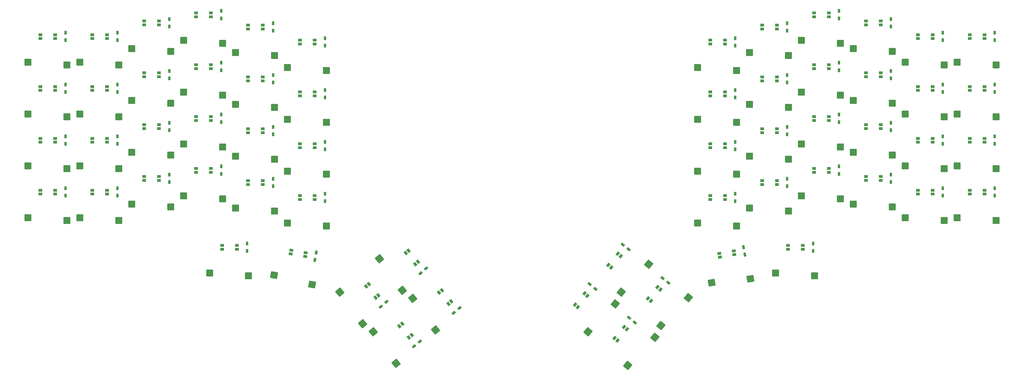
<source format=gbr>
%TF.GenerationSoftware,KiCad,Pcbnew,8.0.2-1.fc40*%
%TF.CreationDate,2024-06-26T22:38:01-04:00*%
%TF.ProjectId,BatBoard,42617442-6f61-4726-942e-6b696361645f,v1.0.0*%
%TF.SameCoordinates,Original*%
%TF.FileFunction,Paste,Bot*%
%TF.FilePolarity,Positive*%
%FSLAX46Y46*%
G04 Gerber Fmt 4.6, Leading zero omitted, Abs format (unit mm)*
G04 Created by KiCad (PCBNEW 8.0.2-1.fc40) date 2024-06-26 22:38:01*
%MOMM*%
%LPD*%
G01*
G04 APERTURE LIST*
G04 Aperture macros list*
%AMRoundRect*
0 Rectangle with rounded corners*
0 $1 Rounding radius*
0 $2 $3 $4 $5 $6 $7 $8 $9 X,Y pos of 4 corners*
0 Add a 4 corners polygon primitive as box body*
4,1,4,$2,$3,$4,$5,$6,$7,$8,$9,$2,$3,0*
0 Add four circle primitives for the rounded corners*
1,1,$1+$1,$2,$3*
1,1,$1+$1,$4,$5*
1,1,$1+$1,$6,$7*
1,1,$1+$1,$8,$9*
0 Add four rect primitives between the rounded corners*
20,1,$1+$1,$2,$3,$4,$5,0*
20,1,$1+$1,$4,$5,$6,$7,0*
20,1,$1+$1,$6,$7,$8,$9,0*
20,1,$1+$1,$8,$9,$2,$3,0*%
%AMRotRect*
0 Rectangle, with rotation*
0 The origin of the aperture is its center*
0 $1 length*
0 $2 width*
0 $3 Rotation angle, in degrees counterclockwise*
0 Add horizontal line*
21,1,$1,$2,0,0,$3*%
G04 Aperture macros list end*
%ADD10RoundRect,0.250000X-1.050000X-1.000000X1.050000X-1.000000X1.050000X1.000000X-1.050000X1.000000X0*%
%ADD11R,0.910000X1.430000*%
%ADD12R,0.910000X1.440000*%
%ADD13R,1.400000X1.000000*%
%ADD14RoundRect,0.250000X-1.207696X-0.802477X0.860400X-1.167138X1.207696X0.802477X-0.860400X1.167138X0*%
%ADD15RoundRect,0.250000X-1.440971X0.161559X-0.091117X-1.447134X1.440971X-0.161559X0.091117X1.447134X0*%
%ADD16RotRect,1.400000X1.000000X50.000000*%
%ADD17RotRect,1.430000X0.910000X280.000000*%
%ADD18RotRect,1.440000X0.910000X280.000000*%
%ADD19RotRect,1.430000X0.910000X320.000000*%
%ADD20RotRect,1.440000X0.910000X320.000000*%
%ADD21RotRect,1.400000X1.000000X350.000000*%
%ADD22RoundRect,0.250000X0.091117X-1.447134X1.440971X0.161559X-0.091117X1.447134X-1.440971X-0.161559X0*%
%ADD23RotRect,1.400000X1.000000X10.000000*%
%ADD24RotRect,1.430000X0.910000X220.000000*%
%ADD25RotRect,1.440000X0.910000X220.000000*%
%ADD26RotRect,1.400000X1.000000X310.000000*%
%ADD27RoundRect,0.250000X-0.860400X-1.167138X1.207696X-0.802477X0.860400X1.167138X-1.207696X0.802477X0*%
%ADD28RotRect,1.430000X0.910000X260.000000*%
%ADD29RotRect,1.440000X0.910000X260.000000*%
G04 APERTURE END LIST*
D10*
%TO.C,S52*%
X287770637Y-162650000D03*
X302070637Y-163700000D03*
%TD*%
D11*
%TO.C,D53*%
X301540637Y-132772500D03*
D12*
X301540637Y-135507500D03*
%TD*%
D10*
%TO.C,S17*%
X118150000Y-176200000D03*
X132450000Y-177250000D03*
%TD*%
%TO.C,S20*%
X118150000Y-119050000D03*
X132450000Y-120100000D03*
%TD*%
%TO.C,S53*%
X287770637Y-143600000D03*
X302070637Y-144650000D03*
%TD*%
D11*
%TO.C,D24*%
X150970000Y-113722500D03*
D12*
X150970000Y-116457500D03*
%TD*%
D13*
%TO.C,LED51*%
X297770637Y-173000000D03*
X297770637Y-171600000D03*
X292370637Y-171600000D03*
X292370637Y-173000000D03*
%TD*%
%TO.C,LED48*%
X316820637Y-148450000D03*
X316820637Y-147050000D03*
X311420637Y-147050000D03*
X311420637Y-148450000D03*
%TD*%
%TO.C,LED52*%
X297770637Y-153950000D03*
X297770637Y-152550000D03*
X292370637Y-152550000D03*
X292370637Y-153950000D03*
%TD*%
D10*
%TO.C,S34*%
X383020637Y-122550000D03*
X397320637Y-123600000D03*
%TD*%
%TO.C,S19*%
X118150000Y-138100000D03*
X132450000Y-139150000D03*
%TD*%
%TO.C,S36*%
X363970637Y-160650000D03*
X378270637Y-161700000D03*
%TD*%
%TO.C,S47*%
X306820637Y-176200000D03*
X321120637Y-177250000D03*
%TD*%
D13*
%TO.C,LED34*%
X393020637Y-113850000D03*
X393020637Y-112450000D03*
X387620637Y-112450000D03*
X387620637Y-113850000D03*
%TD*%
%TO.C,LED11*%
X90050000Y-127900000D03*
X90050000Y-126500000D03*
X84650000Y-126500000D03*
X84650000Y-127900000D03*
%TD*%
%TO.C,LED25*%
X118625000Y-191312500D03*
X118625000Y-189912500D03*
X113225000Y-189912500D03*
X113225000Y-191312500D03*
%TD*%
D11*
%TO.C,D13*%
X112870000Y-160872500D03*
D12*
X112870000Y-163607500D03*
%TD*%
D13*
%TO.C,LED4*%
X51950000Y-113850000D03*
X51950000Y-112450000D03*
X46550000Y-112450000D03*
X46550000Y-113850000D03*
%TD*%
D10*
%TO.C,S33*%
X383020637Y-141600000D03*
X397320637Y-142650000D03*
%TD*%
D14*
%TO.C,S26*%
X132318864Y-200788764D03*
X146219284Y-204305981D03*
%TD*%
D10*
%TO.C,S14*%
X99100000Y-152650000D03*
X113400000Y-153700000D03*
%TD*%
D11*
%TO.C,D14*%
X112870000Y-141822500D03*
D12*
X112870000Y-144557500D03*
%TD*%
D15*
%TO.C,S29*%
X170972505Y-194758108D03*
X179360021Y-206387471D03*
%TD*%
D11*
%TO.C,D39*%
X358690637Y-163872500D03*
D12*
X358690637Y-166607500D03*
%TD*%
D10*
%TO.C,S4*%
X41950000Y-122550000D03*
X56250000Y-123600000D03*
%TD*%
D11*
%TO.C,D49*%
X320590637Y-127272500D03*
D12*
X320590637Y-130007500D03*
%TD*%
D13*
%TO.C,LED19*%
X128150000Y-129400000D03*
X128150000Y-128000000D03*
X122750000Y-128000000D03*
X122750000Y-129400000D03*
%TD*%
%TO.C,LED44*%
X335870637Y-143950000D03*
X335870637Y-142550000D03*
X330470637Y-142550000D03*
X330470637Y-143950000D03*
%TD*%
%TO.C,LED36*%
X373970637Y-151950000D03*
X373970637Y-150550000D03*
X368570637Y-150550000D03*
X368570637Y-151950000D03*
%TD*%
D10*
%TO.C,S22*%
X137200000Y-162650000D03*
X151500000Y-163700000D03*
%TD*%
D13*
%TO.C,LED22*%
X147200000Y-153950000D03*
X147200000Y-152550000D03*
X141800000Y-152550000D03*
X141800000Y-153950000D03*
%TD*%
D10*
%TO.C,S39*%
X344920637Y-174700000D03*
X359220637Y-175750000D03*
%TD*%
%TO.C,S23*%
X137200000Y-143600000D03*
X151500000Y-144650000D03*
%TD*%
D11*
%TO.C,D18*%
X131920000Y-146322500D03*
D12*
X131920000Y-149057500D03*
%TD*%
D10*
%TO.C,S7*%
X61000000Y-141600000D03*
X75300000Y-142650000D03*
%TD*%
%TO.C,S1*%
X41950000Y-179700000D03*
X56250000Y-180750000D03*
%TD*%
D11*
%TO.C,D19*%
X131920000Y-127272500D03*
D12*
X131920000Y-130007500D03*
%TD*%
D13*
%TO.C,LED6*%
X71000000Y-151950000D03*
X71000000Y-150550000D03*
X65600000Y-150550000D03*
X65600000Y-151950000D03*
%TD*%
%TO.C,LED50*%
X316820637Y-110350000D03*
X316820637Y-108950000D03*
X311420637Y-108950000D03*
X311420637Y-110350000D03*
%TD*%
D10*
%TO.C,S12*%
X80050000Y-117550000D03*
X94350000Y-118600000D03*
%TD*%
%TO.C,S54*%
X287770637Y-124550000D03*
X302070637Y-125600000D03*
%TD*%
D11*
%TO.C,D2*%
X55720000Y-149822500D03*
D12*
X55720000Y-152557500D03*
%TD*%
D15*
%TO.C,S28*%
X168656602Y-221634661D03*
X177044118Y-233264024D03*
%TD*%
D11*
%TO.C,D41*%
X358690637Y-125772500D03*
D12*
X358690637Y-128507500D03*
%TD*%
D16*
%TO.C,LED60*%
X247299577Y-208393571D03*
X246227114Y-207493669D03*
X242756061Y-211630309D03*
X243828524Y-212530211D03*
%TD*%
D13*
%TO.C,LED3*%
X51950000Y-132900000D03*
X51950000Y-131500000D03*
X46550000Y-131500000D03*
X46550000Y-132900000D03*
%TD*%
D11*
%TO.C,D1*%
X55720000Y-168872500D03*
D12*
X55720000Y-171607500D03*
%TD*%
D13*
%TO.C,LED15*%
X109100000Y-124900000D03*
X109100000Y-123500000D03*
X103700000Y-123500000D03*
X103700000Y-124900000D03*
%TD*%
D17*
%TO.C,D56*%
X304576995Y-190530358D03*
D18*
X305051923Y-193223807D03*
%TD*%
D10*
%TO.C,S49*%
X306820637Y-138100000D03*
X321120637Y-139150000D03*
%TD*%
D11*
%TO.C,D46*%
X339640637Y-103722500D03*
D12*
X339640637Y-106457500D03*
%TD*%
D19*
%TO.C,D58*%
X262621994Y-216459762D03*
D20*
X264717126Y-218217786D03*
%TD*%
D10*
%TO.C,S9*%
X80050000Y-174700000D03*
X94350000Y-175750000D03*
%TD*%
D11*
%TO.C,D34*%
X396790637Y-111722500D03*
D12*
X396790637Y-114457500D03*
%TD*%
D13*
%TO.C,LED46*%
X335870637Y-105850000D03*
X335870637Y-104450000D03*
X330470637Y-104450000D03*
X330470637Y-105850000D03*
%TD*%
D21*
%TO.C,LED26*%
X143677680Y-193957419D03*
X143920788Y-192578688D03*
X138602826Y-191640987D03*
X138359718Y-193019718D03*
%TD*%
D13*
%TO.C,LED9*%
X90050000Y-166000000D03*
X90050000Y-164600000D03*
X84650000Y-164600000D03*
X84650000Y-166000000D03*
%TD*%
D11*
%TO.C,D8*%
X74770000Y-111722500D03*
D12*
X74770000Y-114457500D03*
%TD*%
D13*
%TO.C,LED39*%
X354920637Y-166000000D03*
X354920637Y-164600000D03*
X349520637Y-164600000D03*
X349520637Y-166000000D03*
%TD*%
D10*
%TO.C,S5*%
X61000000Y-179700000D03*
X75300000Y-180750000D03*
%TD*%
D13*
%TO.C,LED17*%
X128150000Y-167500000D03*
X128150000Y-166100000D03*
X122750000Y-166100000D03*
X122750000Y-167500000D03*
%TD*%
D10*
%TO.C,S3*%
X41950000Y-141600000D03*
X56250000Y-142650000D03*
%TD*%
D11*
%TO.C,D44*%
X339640637Y-141822500D03*
D12*
X339640637Y-144557500D03*
%TD*%
D11*
%TO.C,D36*%
X377740637Y-149822500D03*
D12*
X377740637Y-152557500D03*
%TD*%
D11*
%TO.C,D23*%
X150970000Y-132772500D03*
D12*
X150970000Y-135507500D03*
%TD*%
D22*
%TO.C,S59*%
X259749252Y-207091424D03*
X269745461Y-196811915D03*
%TD*%
D11*
%TO.C,D55*%
X330115637Y-189185000D03*
D12*
X330115637Y-191920000D03*
%TD*%
D13*
%TO.C,LED40*%
X354920637Y-146950000D03*
X354920637Y-145550000D03*
X349520637Y-145550000D03*
X349520637Y-146950000D03*
%TD*%
D11*
%TO.C,D45*%
X339640637Y-122772500D03*
D12*
X339640637Y-125507500D03*
%TD*%
D23*
%TO.C,LED56*%
X301233707Y-193280190D03*
X300990599Y-191901459D03*
X295672637Y-192839160D03*
X295915745Y-194217891D03*
%TD*%
D13*
%TO.C,LED38*%
X373970637Y-113850000D03*
X373970637Y-112450000D03*
X368570637Y-112450000D03*
X368570637Y-113850000D03*
%TD*%
%TO.C,LED33*%
X393020637Y-132900000D03*
X393020637Y-131500000D03*
X387620637Y-131500000D03*
X387620637Y-132900000D03*
%TD*%
D10*
%TO.C,S44*%
X325870637Y-152650000D03*
X340170637Y-153700000D03*
%TD*%
D13*
%TO.C,LED42*%
X354920637Y-108850000D03*
X354920637Y-107450000D03*
X349520637Y-107450000D03*
X349520637Y-108850000D03*
%TD*%
D11*
%TO.C,D10*%
X93820000Y-144822500D03*
D12*
X93820000Y-147557500D03*
%TD*%
D10*
%TO.C,S31*%
X383020637Y-179700000D03*
X397320637Y-180750000D03*
%TD*%
D22*
%TO.C,S60*%
X247536288Y-221646268D03*
X257532497Y-211366759D03*
%TD*%
D13*
%TO.C,LED49*%
X316820637Y-129400000D03*
X316820637Y-128000000D03*
X311420637Y-128000000D03*
X311420637Y-129400000D03*
%TD*%
D10*
%TO.C,S50*%
X306820637Y-119050000D03*
X321120637Y-120100000D03*
%TD*%
D11*
%TO.C,D33*%
X396790637Y-130772500D03*
D12*
X396790637Y-133507500D03*
%TD*%
D13*
%TO.C,LED8*%
X71000000Y-113850000D03*
X71000000Y-112450000D03*
X65600000Y-112450000D03*
X65600000Y-113850000D03*
%TD*%
D10*
%TO.C,S41*%
X344920637Y-136600000D03*
X359220637Y-137650000D03*
%TD*%
D11*
%TO.C,D31*%
X396790637Y-168872500D03*
D12*
X396790637Y-171607500D03*
%TD*%
D10*
%TO.C,S15*%
X99100000Y-133600000D03*
X113400000Y-134650000D03*
%TD*%
D13*
%TO.C,LED31*%
X393020637Y-171000000D03*
X393020637Y-169600000D03*
X387620637Y-169600000D03*
X387620637Y-171000000D03*
%TD*%
%TO.C,LED23*%
X147200000Y-134900000D03*
X147200000Y-133500000D03*
X141800000Y-133500000D03*
X141800000Y-134900000D03*
%TD*%
D11*
%TO.C,D17*%
X131920000Y-165372500D03*
D12*
X131920000Y-168107500D03*
%TD*%
D13*
%TO.C,LED12*%
X90050000Y-108850000D03*
X90050000Y-107450000D03*
X84650000Y-107450000D03*
X84650000Y-108850000D03*
%TD*%
D10*
%TO.C,S21*%
X137200000Y-181700000D03*
X151500000Y-182750000D03*
%TD*%
D13*
%TO.C,LED43*%
X335870637Y-163000000D03*
X335870637Y-161600000D03*
X330470637Y-161600000D03*
X330470637Y-163000000D03*
%TD*%
D19*
%TO.C,D60*%
X248093126Y-204138053D03*
D20*
X250188258Y-205896077D03*
%TD*%
D13*
%TO.C,LED53*%
X297770637Y-134900000D03*
X297770637Y-133500000D03*
X292370637Y-133500000D03*
X292370637Y-134900000D03*
%TD*%
%TO.C,LED55*%
X326345637Y-191312500D03*
X326345637Y-189912500D03*
X320945637Y-189912500D03*
X320945637Y-191312500D03*
%TD*%
%TO.C,LED13*%
X109100000Y-163000000D03*
X109100000Y-161600000D03*
X103700000Y-161600000D03*
X103700000Y-163000000D03*
%TD*%
%TO.C,LED21*%
X147200000Y-173000000D03*
X147200000Y-171600000D03*
X141800000Y-171600000D03*
X141800000Y-173000000D03*
%TD*%
D11*
%TO.C,D3*%
X55720000Y-130772500D03*
D12*
X55720000Y-133507500D03*
%TD*%
D10*
%TO.C,S24*%
X137200000Y-124550000D03*
X151500000Y-125600000D03*
%TD*%
D24*
%TO.C,D27*%
X173557030Y-210630163D03*
D25*
X171461898Y-212388187D03*
%TD*%
D10*
%TO.C,S8*%
X61000000Y-122550000D03*
X75300000Y-123600000D03*
%TD*%
D13*
%TO.C,LED35*%
X373970637Y-171000000D03*
X373970637Y-169600000D03*
X368570637Y-169600000D03*
X368570637Y-171000000D03*
%TD*%
%TO.C,LED24*%
X147200000Y-115850000D03*
X147200000Y-114450000D03*
X141800000Y-114450000D03*
X141800000Y-115850000D03*
%TD*%
D10*
%TO.C,S2*%
X41950000Y-160650000D03*
X56250000Y-161700000D03*
%TD*%
D11*
%TO.C,D22*%
X150970000Y-151822500D03*
D12*
X150970000Y-154557500D03*
%TD*%
D10*
%TO.C,S51*%
X287770637Y-181700000D03*
X302070637Y-182750000D03*
%TD*%
D11*
%TO.C,D54*%
X301540637Y-113722500D03*
D12*
X301540637Y-116457500D03*
%TD*%
D13*
%TO.C,LED32*%
X393020637Y-151950000D03*
X393020637Y-150550000D03*
X387620637Y-150550000D03*
X387620637Y-151950000D03*
%TD*%
D10*
%TO.C,S16*%
X99100000Y-114550000D03*
X113400000Y-115600000D03*
%TD*%
%TO.C,S37*%
X363970637Y-141600000D03*
X378270637Y-142650000D03*
%TD*%
%TO.C,S18*%
X118150000Y-157150000D03*
X132450000Y-158200000D03*
%TD*%
D15*
%TO.C,S27*%
X156411498Y-207041514D03*
X164799014Y-218670877D03*
%TD*%
D26*
%TO.C,LED29*%
X184064967Y-196826300D03*
X185137430Y-195926398D03*
X181666377Y-191789758D03*
X180593914Y-192689660D03*
%TD*%
D13*
%TO.C,LED2*%
X51950000Y-151950000D03*
X51950000Y-150550000D03*
X46550000Y-150550000D03*
X46550000Y-151950000D03*
%TD*%
D11*
%TO.C,D37*%
X377740637Y-130772500D03*
D12*
X377740637Y-133507500D03*
%TD*%
D10*
%TO.C,S10*%
X80050000Y-155650000D03*
X94350000Y-156700000D03*
%TD*%
D11*
%TO.C,D7*%
X74770000Y-130772500D03*
D12*
X74770000Y-133507500D03*
%TD*%
D11*
%TO.C,D5*%
X74770000Y-168872500D03*
D12*
X74770000Y-171607500D03*
%TD*%
D10*
%TO.C,S6*%
X61000000Y-160650000D03*
X75300000Y-161700000D03*
%TD*%
D11*
%TO.C,D20*%
X131920000Y-108222500D03*
D12*
X131920000Y-110957500D03*
%TD*%
D11*
%TO.C,D4*%
X55720000Y-111722500D03*
D12*
X55720000Y-114457500D03*
%TD*%
D13*
%TO.C,LED41*%
X354920637Y-127900000D03*
X354920637Y-126500000D03*
X349520637Y-126500000D03*
X349520637Y-127900000D03*
%TD*%
D10*
%TO.C,S43*%
X325870637Y-171700000D03*
X340170637Y-172750000D03*
%TD*%
D27*
%TO.C,S56*%
X292896368Y-203584499D03*
X307161449Y-202135376D03*
%TD*%
D10*
%TO.C,S25*%
X108625000Y-200012500D03*
X122925000Y-201062500D03*
%TD*%
D11*
%TO.C,D6*%
X74770000Y-149822500D03*
D12*
X74770000Y-152557500D03*
%TD*%
D16*
%TO.C,LED59*%
X259512542Y-193838726D03*
X258440079Y-192938824D03*
X254969026Y-197075464D03*
X256041489Y-197975366D03*
%TD*%
D13*
%TO.C,LED10*%
X90050000Y-146950000D03*
X90050000Y-145550000D03*
X84650000Y-145550000D03*
X84650000Y-146950000D03*
%TD*%
D11*
%TO.C,D35*%
X377740637Y-168872500D03*
D12*
X377740637Y-171607500D03*
%TD*%
D15*
%TO.C,S30*%
X183185470Y-209312952D03*
X191572986Y-220942315D03*
%TD*%
D11*
%TO.C,D25*%
X122395000Y-189185000D03*
D12*
X122395000Y-191920000D03*
%TD*%
D11*
%TO.C,D11*%
X93820000Y-125772500D03*
D12*
X93820000Y-128507500D03*
%TD*%
D10*
%TO.C,S32*%
X383020637Y-160650000D03*
X397320637Y-161700000D03*
%TD*%
D11*
%TO.C,D12*%
X93820000Y-106722500D03*
D12*
X93820000Y-109457500D03*
%TD*%
D13*
%TO.C,LED54*%
X297770637Y-115850000D03*
X297770637Y-114450000D03*
X292370637Y-114450000D03*
X292370637Y-115850000D03*
%TD*%
D22*
%TO.C,S57*%
X274310259Y-219374830D03*
X284306468Y-209095321D03*
%TD*%
D13*
%TO.C,LED37*%
X373970637Y-132900000D03*
X373970637Y-131500000D03*
X368570637Y-131500000D03*
X368570637Y-132900000D03*
%TD*%
D26*
%TO.C,LED28*%
X181749064Y-223702853D03*
X182821527Y-222802951D03*
X179350474Y-218666311D03*
X178278011Y-219566213D03*
%TD*%
D24*
%TO.C,D29*%
X188118037Y-198346757D03*
D25*
X186022905Y-200104781D03*
%TD*%
D19*
%TO.C,D59*%
X260306091Y-189583209D03*
D20*
X262401223Y-191341233D03*
%TD*%
D24*
%TO.C,D30*%
X200331001Y-212901601D03*
D25*
X198235869Y-214659625D03*
%TD*%
D11*
%TO.C,D50*%
X320590637Y-108222500D03*
D12*
X320590637Y-110957500D03*
%TD*%
D11*
%TO.C,D38*%
X377740637Y-111722500D03*
D12*
X377740637Y-114457500D03*
%TD*%
D26*
%TO.C,LED27*%
X169503960Y-209109706D03*
X170576423Y-208209804D03*
X167105370Y-204073164D03*
X166032907Y-204973066D03*
%TD*%
D13*
%TO.C,LED18*%
X128150000Y-148450000D03*
X128150000Y-147050000D03*
X122750000Y-147050000D03*
X122750000Y-148450000D03*
%TD*%
D10*
%TO.C,S13*%
X99100000Y-171700000D03*
X113400000Y-172750000D03*
%TD*%
D13*
%TO.C,LED45*%
X335870637Y-124900000D03*
X335870637Y-123500000D03*
X330470637Y-123500000D03*
X330470637Y-124900000D03*
%TD*%
%TO.C,LED14*%
X109100000Y-143950000D03*
X109100000Y-142550000D03*
X103700000Y-142550000D03*
X103700000Y-143950000D03*
%TD*%
D11*
%TO.C,D40*%
X358690637Y-144822500D03*
D12*
X358690637Y-147557500D03*
%TD*%
D10*
%TO.C,S45*%
X325870637Y-133600000D03*
X340170637Y-134650000D03*
%TD*%
D24*
%TO.C,D28*%
X185802134Y-225223310D03*
D25*
X183707002Y-226981334D03*
%TD*%
D11*
%TO.C,D48*%
X320590637Y-146322500D03*
D12*
X320590637Y-149057500D03*
%TD*%
D16*
%TO.C,LED57*%
X274073549Y-206122133D03*
X273001086Y-205222231D03*
X269530033Y-209358871D03*
X270602496Y-210258773D03*
%TD*%
%TO.C,LED58*%
X261828445Y-220715279D03*
X260755982Y-219815377D03*
X257284929Y-223952017D03*
X258357392Y-224851919D03*
%TD*%
D11*
%TO.C,D47*%
X320590637Y-165372500D03*
D12*
X320590637Y-168107500D03*
%TD*%
D11*
%TO.C,D43*%
X339640637Y-160872500D03*
D12*
X339640637Y-163607500D03*
%TD*%
D11*
%TO.C,D52*%
X301540637Y-151822500D03*
D12*
X301540637Y-154557500D03*
%TD*%
D10*
%TO.C,S48*%
X306820637Y-157150000D03*
X321120637Y-158200000D03*
%TD*%
D11*
%TO.C,D32*%
X396790637Y-149822500D03*
D12*
X396790637Y-152557500D03*
%TD*%
D13*
%TO.C,LED20*%
X128150000Y-110350000D03*
X128150000Y-108950000D03*
X122750000Y-108950000D03*
X122750000Y-110350000D03*
%TD*%
D10*
%TO.C,S38*%
X363970637Y-122550000D03*
X378270637Y-123600000D03*
%TD*%
D28*
%TO.C,D26*%
X147759843Y-192516894D03*
D29*
X147284915Y-195210343D03*
%TD*%
D13*
%TO.C,LED1*%
X51950000Y-171000000D03*
X51950000Y-169600000D03*
X46550000Y-169600000D03*
X46550000Y-171000000D03*
%TD*%
%TO.C,LED47*%
X316820637Y-167500000D03*
X316820637Y-166100000D03*
X311420637Y-166100000D03*
X311420637Y-167500000D03*
%TD*%
D10*
%TO.C,S11*%
X80050000Y-136600000D03*
X94350000Y-137650000D03*
%TD*%
D13*
%TO.C,LED16*%
X109100000Y-105850000D03*
X109100000Y-104450000D03*
X103700000Y-104450000D03*
X103700000Y-105850000D03*
%TD*%
D11*
%TO.C,D15*%
X112870000Y-122772500D03*
D12*
X112870000Y-125507500D03*
%TD*%
D11*
%TO.C,D16*%
X112870000Y-103722500D03*
D12*
X112870000Y-106457500D03*
%TD*%
D10*
%TO.C,S42*%
X344920637Y-117550000D03*
X359220637Y-118600000D03*
%TD*%
D19*
%TO.C,D57*%
X274867098Y-201866615D03*
D20*
X276962230Y-203624639D03*
%TD*%
D11*
%TO.C,D21*%
X150970000Y-170872500D03*
D12*
X150970000Y-173607500D03*
%TD*%
D10*
%TO.C,S55*%
X316345637Y-200012500D03*
X330645637Y-201062500D03*
%TD*%
D11*
%TO.C,D51*%
X301540637Y-170872500D03*
D12*
X301540637Y-173607500D03*
%TD*%
D10*
%TO.C,S46*%
X325870637Y-114550000D03*
X340170637Y-115600000D03*
%TD*%
D11*
%TO.C,D42*%
X358690637Y-106722500D03*
D12*
X358690637Y-109457500D03*
%TD*%
D22*
%TO.C,S58*%
X262065155Y-233967977D03*
X272061364Y-223688468D03*
%TD*%
D10*
%TO.C,S40*%
X344920637Y-155650000D03*
X359220637Y-156700000D03*
%TD*%
D13*
%TO.C,LED7*%
X71000000Y-132900000D03*
X71000000Y-131500000D03*
X65600000Y-131500000D03*
X65600000Y-132900000D03*
%TD*%
D26*
%TO.C,LED30*%
X196277932Y-211381144D03*
X197350395Y-210481242D03*
X193879342Y-206344602D03*
X192806879Y-207244504D03*
%TD*%
D11*
%TO.C,D9*%
X93820000Y-163872500D03*
D12*
X93820000Y-166607500D03*
%TD*%
D10*
%TO.C,S35*%
X363970637Y-179700000D03*
X378270637Y-180750000D03*
%TD*%
D13*
%TO.C,LED5*%
X71000000Y-171000000D03*
X71000000Y-169600000D03*
X65600000Y-169600000D03*
X65600000Y-171000000D03*
%TD*%
M02*

</source>
